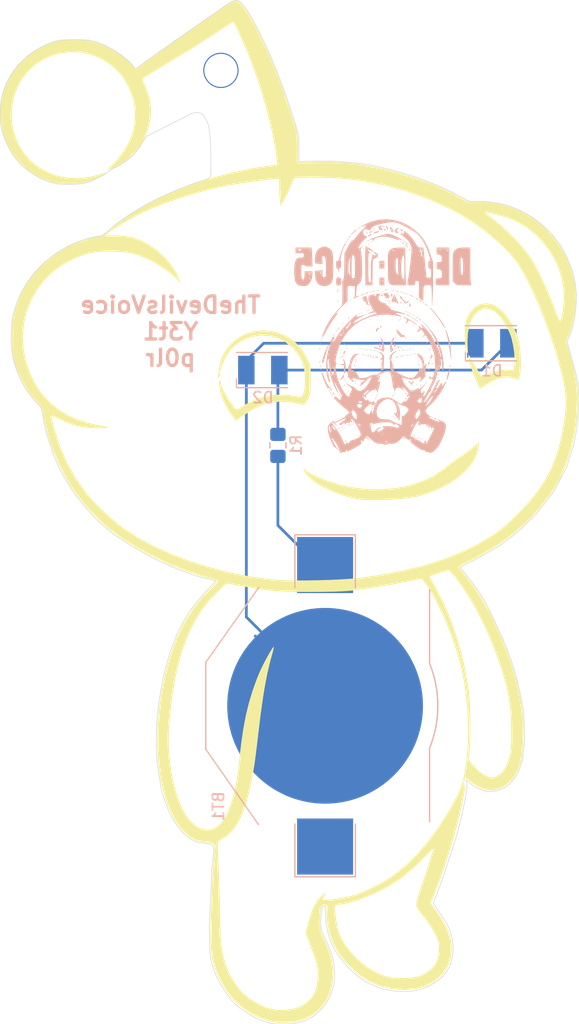
<source format=kicad_pcb>
(kicad_pcb (version 20171130) (host pcbnew 5.99.0+really5.1.10+dfsg1-1)
  (layers (0 F.Cu signal) (31 B.Cu signal) (34 B.Paste user) (35 F.Paste user) (36 B.SilkS user) (37 F.SilkS user) (38 B.Mask user) (39 F.Mask user) (44 Edge.Cuts user))
  (net 0 "")
  (net 1 "Net-(BT1-Pad2)")
  (net 2 "Net-(BT1-Pad1)")
  (net 3 "Net-(D1-Pad2)")
  (module reddit:D3AD10C5_silkscreen (layer B.Cu) (at 150.2918 83.1088 180)
    (fp_text reference G*** hide)
    (fp_text value LOGO hide)
  )
  (module reddit:reddit_silkscreen (layer F.Cu) (at 143.51 100.2665)
    (fp_text reference G*** hide)
    (fp_text value LOGO hide)
  )
  (module Resistor_SMD:R_0805_2012Metric_Pad1.20x1.40mm_HandSolder (layer B.Cu) (at 140.4874 93.1578 90)
    (fp_text reference R1 (at 0 1.65 90) (layer B.SilkS) (effects (justify mirror)))
    (fp_text value R)
    (pad 2 smd roundrect (at 1 0 90) (size 1.2 1.4) (layers B.Cu B.Paste B.Mask) (roundrect_rratio 0.208333) (net 3 "Net-(D1-Pad2)"))
    (pad 1 smd roundrect (at -1 0 90) (size 1.2 1.4) (layers B.Cu B.Paste B.Mask) (roundrect_rratio 0.208333) (net 2 "Net-(BT1-Pad1)"))
  )
  (module LED_SMD:LED_PLCC-2 (layer B.Cu) (at 139.1172 86.3092)
    (fp_text reference D2 (at 0 2.5) (layer B.SilkS) (effects (justify mirror)))
    (fp_text value LED)
    (pad 2 smd rect (at 1.5 0) (size 1.5 2.6) (layers B.Cu B.Paste B.Mask) (net 3 "Net-(D1-Pad2)"))
    (pad 1 smd rect (at -1.5 0) (size 1.5 2.6) (layers B.Cu B.Paste B.Mask) (net 1 "Net-(BT1-Pad2)"))
  )
  (module LED_SMD:LED_PLCC-2 (layer B.Cu) (at 159.9424 83.8708)
    (fp_text reference D1 (at 0 2.5) (layer B.SilkS) (effects (justify mirror)))
    (fp_text value LED)
    (pad 2 smd rect (at 1.5 0) (size 1.5 2.6) (layers B.Cu B.Paste B.Mask) (net 3 "Net-(D1-Pad2)"))
    (pad 1 smd rect (at -1.5 0) (size 1.5 2.6) (layers B.Cu B.Paste B.Mask) (net 1 "Net-(BT1-Pad2)"))
  )
  (module Battery:BatteryHolder_Keystone_3002_1x2032 (layer B.Cu) (at 144.78 116.84 90)
    (fp_text reference BT1 (at -9.15 -9.7 -90) (layer B.SilkS) (effects (justify mirror)))
    (fp_text value Battery_Cell)
    (pad 2 smd circle (at 0 0 90) (size 17.8 17.8) (layers B.Cu B.Mask) (net 1 "Net-(BT1-Pad2)"))
    (pad 1 smd rect (at -12.8 0 90) (size 5.1 5.1) (layers B.Cu B.Paste B.Mask) (net 2 "Net-(BT1-Pad1)"))
    (pad 1 smd rect (at 12.8 0 90) (size 5.1 5.1) (layers B.Cu B.Paste B.Mask) (net 2 "Net-(BT1-Pad1)"))
  )
  (gr_line (start 134.1882 64.0842) (end 133.985 63.5762) (layer Edge.Cuts) (width 0.05))
  (gr_line (start 134.2898 64.7954) (end 134.1882 64.0842) (layer Edge.Cuts) (width 0.05))
  (gr_line (start 134.366 65.913) (end 134.2898 64.7954) (layer Edge.Cuts) (width 0.05))
  (gr_line (start 134.3914 66.9544) (end 134.366 65.913) (layer Edge.Cuts) (width 0.05))
  (gr_line (start 133.731 63.1698) (end 133.985 63.5762) (layer Edge.Cuts) (width 0.05))
  (gr_line (start 133.5024 62.9666) (end 133.731 63.1698) (layer Edge.Cuts) (width 0.05))
  (gr_line (start 133.2484 62.8904) (end 133.5024 62.9666) (layer Edge.Cuts) (width 0.05))
  (gr_line (start 132.969 62.8904) (end 133.2484 62.8904) (layer Edge.Cuts) (width 0.05))
  (gr_line (start 132.6642 62.9666) (end 132.969 62.8904) (layer Edge.Cuts) (width 0.05))
  (gr_line (start 134.2644 68.834) (end 134.0866 68.9356) (layer Edge.Cuts) (width 0.05))
  (gr_line (start 134.366 68.6562) (end 134.2644 68.834) (layer Edge.Cuts) (width 0.05))
  (gr_line (start 134.366 68.6562) (end 134.3914 68.4784) (layer Edge.Cuts) (width 0.05))
  (gr_line (start 133.604 69.088) (end 134.0866 68.9356) (layer Edge.Cuts) (width 0.05))
  (gr_line (start 132.9182 69.3166) (end 133.604 69.088) (layer Edge.Cuts) (width 0.05))
  (gr_line (start 132.2832 69.5452) (end 132.9182 69.3166) (layer Edge.Cuts) (width 0.05))
  (gr_line (start 131.3942 69.9008) (end 132.2832 69.5452) (layer Edge.Cuts) (width 0.05))
  (gr_line (start 131.0894 70.0278) (end 131.3942 69.9008) (layer Edge.Cuts) (width 0.05))
  (gr_line (start 130.8608 70.1294) (end 131.0894 70.0278) (layer Edge.Cuts) (width 0.05))
  (gr_line (start 129.8702 70.5612) (end 130.8608 70.1294) (layer Edge.Cuts) (width 0.05))
  (gr_line (start 129.5146 70.739) (end 129.8702 70.5612) (layer Edge.Cuts) (width 0.05))
  (gr_line (start 128.4732 71.2724) (end 129.5146 70.739) (layer Edge.Cuts) (width 0.05))
  (gr_line (start 127.1524 72.0598) (end 128.4732 71.2724) (layer Edge.Cuts) (width 0.05))
  (gr_line (start 128.4224 65.2018) (end 128.6002 65.024) (layer Edge.Cuts) (width 0.05))
  (gr_line (start 128.2192 65.532) (end 128.4224 65.2018) (layer Edge.Cuts) (width 0.05))
  (gr_line (start 127.9652 65.9638) (end 128.2192 65.532) (layer Edge.Cuts) (width 0.05))
  (gr_line (start 127.8128 66.167) (end 127.9652 65.9638) (layer Edge.Cuts) (width 0.05))
  (gr_line (start 127.381 66.7258) (end 127.8128 66.167) (layer Edge.Cuts) (width 0.05))
  (gr_line (start 126.6698 67.31) (end 127.381 66.7258) (layer Edge.Cuts) (width 0.05))
  (gr_line (start 125.9586 67.7672) (end 126.6698 67.31) (layer Edge.Cuts) (width 0.05))
  (gr_line (start 125.5522 67.945) (end 125.9586 67.7672) (layer Edge.Cuts) (width 0.05))
  (gr_line (start 125.2728 68.0974) (end 125.5522 67.945) (layer Edge.Cuts) (width 0.05))
  (gr_line (start 124.8156 68.453) (end 125.2728 68.0974) (layer Edge.Cuts) (width 0.05))
  (gr_line (start 124.333 68.7324) (end 124.8156 68.453) (layer Edge.Cuts) (width 0.05))
  (gr_line (start 128.6002 65.024) (end 132.6642 62.9666) (layer Edge.Cuts) (width 0.05))
  (gr_line (start 134.3914 68.4784) (end 134.3914 66.9544) (layer Edge.Cuts) (width 0.05))
  (gr_line (start 136.7028 52.6796) (end 136.5504 52.705) (layer Edge.Cuts) (width 0.05))
  (gr_line (start 136.8298 52.705) (end 136.7028 52.6796) (layer Edge.Cuts) (width 0.05))
  (gr_line (start 136.9568 52.7558) (end 136.8298 52.705) (layer Edge.Cuts) (width 0.05))
  (gr_line (start 137.1092 52.8828) (end 136.9568 52.7558) (layer Edge.Cuts) (width 0.05))
  (gr_line (start 137.2616 53.0352) (end 137.1092 52.8828) (layer Edge.Cuts) (width 0.05))
  (gr_line (start 137.7188 53.6194) (end 137.2616 53.0352) (layer Edge.Cuts) (width 0.05))
  (gr_line (start 138.0998 54.2544) (end 137.7188 53.6194) (layer Edge.Cuts) (width 0.05))
  (gr_line (start 138.4046 54.8132) (end 138.0998 54.2544) (layer Edge.Cuts) (width 0.05))
  (gr_line (start 138.8364 55.6514) (end 138.4046 54.8132) (layer Edge.Cuts) (width 0.05))
  (gr_line (start 139.4968 57.023) (end 138.8364 55.6514) (layer Edge.Cuts) (width 0.05))
  (gr_line (start 139.8778 57.912) (end 139.4968 57.023) (layer Edge.Cuts) (width 0.05))
  (gr_line (start 140.2842 58.8518) (end 139.8778 57.912) (layer Edge.Cuts) (width 0.05))
  (gr_line (start 140.4874 59.3852) (end 140.2842 58.8518) (layer Edge.Cuts) (width 0.05))
  (gr_line (start 140.9192 60.5282) (end 140.4874 59.3852) (layer Edge.Cuts) (width 0.05))
  (gr_line (start 141.224 61.341) (end 140.9192 60.5282) (layer Edge.Cuts) (width 0.05))
  (gr_line (start 141.6304 62.5602) (end 141.224 61.341) (layer Edge.Cuts) (width 0.05))
  (gr_line (start 141.9098 63.3984) (end 141.6304 62.5602) (layer Edge.Cuts) (width 0.05))
  (gr_line (start 142.0622 63.881) (end 141.9098 63.3984) (layer Edge.Cuts) (width 0.05))
  (gr_line (start 142.1892 64.3636) (end 142.0622 63.881) (layer Edge.Cuts) (width 0.05))
  (gr_line (start 142.2908 64.6684) (end 142.1892 64.3636) (layer Edge.Cuts) (width 0.05))
  (gr_line (start 142.367 65.0494) (end 142.2908 64.6684) (layer Edge.Cuts) (width 0.05))
  (gr_line (start 142.3924 65.4304) (end 142.367 65.0494) (layer Edge.Cuts) (width 0.05))
  (gr_line (start 142.3924 67.3608) (end 142.3924 65.4304) (layer Edge.Cuts) (width 0.05))
  (gr_line (start 142.8242 67.3354) (end 142.3924 67.3608) (layer Edge.Cuts) (width 0.05))
  (gr_line (start 143.6116 67.31) (end 142.8242 67.3354) (layer Edge.Cuts) (width 0.05))
  (gr_line (start 144.3736 67.31) (end 143.6116 67.31) (layer Edge.Cuts) (width 0.05))
  (gr_line (start 145.4404 67.31) (end 144.3736 67.31) (layer Edge.Cuts) (width 0.05))
  (gr_line (start 146.177 67.3608) (end 145.4404 67.31) (layer Edge.Cuts) (width 0.05))
  (gr_line (start 147.4216 67.4624) (end 146.177 67.3608) (layer Edge.Cuts) (width 0.05))
  (gr_line (start 145.034 137.4648) (end 145.3134 138.3538) (layer Edge.Cuts) (width 0.05))
  (gr_line (start 144.8562 136.5504) (end 145.034 137.4648) (layer Edge.Cuts) (width 0.05))
  (gr_line (start 144.8308 135.9916) (end 144.8562 136.5504) (layer Edge.Cuts) (width 0.05))
  (gr_line (start 144.8054 135.1026) (end 144.8308 135.9916) (layer Edge.Cuts) (width 0.05))
  (gr_line (start 144.6276 135.1026) (end 144.8054 135.1026) (layer Edge.Cuts) (width 0.05))
  (gr_line (start 144.5514 135.128) (end 144.6276 135.1026) (layer Edge.Cuts) (width 0.05))
  (gr_line (start 144.526 135.1534) (end 144.5514 135.128) (layer Edge.Cuts) (width 0.05))
  (gr_line (start 144.5006 135.2296) (end 144.526 135.1534) (layer Edge.Cuts) (width 0.05))
  (gr_line (start 144.4752 135.4836) (end 144.5006 135.2296) (layer Edge.Cuts) (width 0.05))
  (gr_line (start 144.399 136.0932) (end 144.4752 135.4836) (layer Edge.Cuts) (width 0.05))
  (gr_line (start 144.3736 136.5504) (end 144.399 136.0932) (layer Edge.Cuts) (width 0.05))
  (gr_line (start 144.399 136.9568) (end 144.3736 136.5504) (layer Edge.Cuts) (width 0.05))
  (gr_line (start 144.4498 137.2362) (end 144.399 136.9568) (layer Edge.Cuts) (width 0.05))
  (gr_line (start 144.6022 137.5918) (end 144.4498 137.2362) (layer Edge.Cuts) (width 0.05))
  (gr_line (start 144.8308 138.0998) (end 144.6022 137.5918) (layer Edge.Cuts) (width 0.05))
  (gr_line (start 145.2118 138.9634) (end 144.8308 138.0998) (layer Edge.Cuts) (width 0.05))
  (gr_line (start 145.288 139.2174) (end 145.2118 138.9634) (layer Edge.Cuts) (width 0.05))
  (gr_line (start 157.607 123.571) (end 157.6578 123.7488) (layer Edge.Cuts) (width 0.05))
  (gr_line (start 157.8864 123.825) (end 157.607 123.571) (layer Edge.Cuts) (width 0.05))
  (gr_line (start 158.4198 124.2314) (end 157.8864 123.825) (layer Edge.Cuts) (width 0.05))
  (gr_line (start 159.004 124.4854) (end 158.4198 124.2314) (layer Edge.Cuts) (width 0.05))
  (gr_line (start 159.4104 124.6124) (end 159.004 124.4854) (layer Edge.Cuts) (width 0.05))
  (gr_line (start 159.8422 124.6378) (end 159.4104 124.6124) (layer Edge.Cuts) (width 0.05))
  (gr_line (start 160.401 124.5616) (end 159.8422 124.6378) (layer Edge.Cuts) (width 0.05))
  (gr_line (start 161.036 124.333) (end 160.401 124.5616) (layer Edge.Cuts) (width 0.05))
  (gr_line (start 161.5694 123.952) (end 161.036 124.333) (layer Edge.Cuts) (width 0.05))
  (gr_line (start 162.0266 123.4186) (end 161.5694 123.952) (layer Edge.Cuts) (width 0.05))
  (gr_line (start 162.3568 122.8598) (end 162.0266 123.4186) (layer Edge.Cuts) (width 0.05))
  (gr_line (start 162.4838 122.5042) (end 162.3568 122.8598) (layer Edge.Cuts) (width 0.05))
  (gr_line (start 162.7378 121.7676) (end 162.4838 122.5042) (layer Edge.Cuts) (width 0.05))
  (gr_line (start 162.9156 119.9896) (end 162.7378 121.7676) (layer Edge.Cuts) (width 0.05))
  (gr_line (start 162.8902 118.3386) (end 162.9156 119.9896) (layer Edge.Cuts) (width 0.05))
  (gr_line (start 162.8394 117.3988) (end 162.8902 118.3386) (layer Edge.Cuts) (width 0.05))
  (gr_line (start 162.6362 116.2558) (end 162.8394 117.3988) (layer Edge.Cuts) (width 0.05))
  (gr_line (start 162.2806 114.6302) (end 162.6362 116.2558) (layer Edge.Cuts) (width 0.05))
  (gr_line (start 161.7472 112.8014) (end 162.2806 114.6302) (layer Edge.Cuts) (width 0.05))
  (gr_line (start 161.5694 112.3442) (end 161.7472 112.8014) (layer Edge.Cuts) (width 0.05))
  (gr_line (start 161.1376 111.2012) (end 161.5694 112.3442) (layer Edge.Cuts) (width 0.05))
  (gr_line (start 160.909 110.6678) (end 161.1376 111.2012) (layer Edge.Cuts) (width 0.05))
  (gr_line (start 160.2486 109.22) (end 160.909 110.6678) (layer Edge.Cuts) (width 0.05))
  (gr_line (start 159.4104 107.5182) (end 160.2486 109.22) (layer Edge.Cuts) (width 0.05))
  (gr_line (start 158.8262 106.553) (end 159.4104 107.5182) (layer Edge.Cuts) (width 0.05))
  (gr_line (start 158.1404 105.5878) (end 158.8262 106.553) (layer Edge.Cuts) (width 0.05))
  (gr_line (start 157.2768 104.521) (end 158.1404 105.5878) (layer Edge.Cuts) (width 0.05))
  (gr_line (start 157.1244 104.3432) (end 157.2768 104.521) (layer Edge.Cuts) (width 0.05))
  (gr_line (start 157.099 104.267) (end 157.1244 104.3432) (layer Edge.Cuts) (width 0.05))
  (gr_line (start 157.099 104.2416) (end 157.099 104.267) (layer Edge.Cuts) (width 0.05))
  (gr_line (start 157.2768 104.1146) (end 157.099 104.2416) (layer Edge.Cuts) (width 0.05))
  (gr_line (start 158.3944 103.5558) (end 157.2768 104.1146) (layer Edge.Cuts) (width 0.05))
  (gr_line (start 159.2326 103.0986) (end 158.3944 103.5558) (layer Edge.Cuts) (width 0.05))
  (gr_line (start 160.5534 102.3366) (end 159.2326 103.0986) (layer Edge.Cuts) (width 0.05))
  (gr_line (start 161.8742 101.3714) (end 160.5534 102.3366) (layer Edge.Cuts) (width 0.05))
  (gr_line (start 162.7378 100.6348) (end 161.8742 101.3714) (layer Edge.Cuts) (width 0.05))
  (gr_line (start 164.0078 99.3648) (end 162.7378 100.6348) (layer Edge.Cuts) (width 0.05))
  (gr_line (start 164.8206 98.3488) (end 164.0078 99.3648) (layer Edge.Cuts) (width 0.05))
  (gr_line (start 165.5826 97.3582) (end 164.8206 98.3488) (layer Edge.Cuts) (width 0.05))
  (gr_line (start 166.2176 96.139) (end 165.5826 97.3582) (layer Edge.Cuts) (width 0.05))
  (gr_line (start 166.751 95.123) (end 166.2176 96.139) (layer Edge.Cuts) (width 0.05))
  (gr_line (start 167.386 93.1164) (end 166.751 95.123) (layer Edge.Cuts) (width 0.05))
  (gr_line (start 167.6146 91.948) (end 167.386 93.1164) (layer Edge.Cuts) (width 0.05))
  (gr_line (start 167.767 90.7796) (end 167.6146 91.948) (layer Edge.Cuts) (width 0.05))
  (gr_line (start 167.8178 90.1192) (end 167.767 90.7796) (layer Edge.Cuts) (width 0.05))
  (gr_line (start 167.8686 88.8492) (end 167.8178 90.1192) (layer Edge.Cuts) (width 0.05))
  (gr_line (start 167.8178 87.8586) (end 167.8686 88.8492) (layer Edge.Cuts) (width 0.05))
  (gr_line (start 167.6654 86.9442) (end 167.8178 87.8586) (layer Edge.Cuts) (width 0.05))
  (gr_line (start 167.1574 85.0646) (end 167.6654 86.9442) (layer Edge.Cuts) (width 0.05))
  (gr_line (start 166.7764 83.6676) (end 167.1574 85.0646) (layer Edge.Cuts) (width 0.05))
  (gr_line (start 166.9542 83.3628) (end 166.7764 83.6676) (layer Edge.Cuts) (width 0.05))
  (gr_line (start 167.259 82.5246) (end 166.9542 83.3628) (layer Edge.Cuts) (width 0.05))
  (gr_line (start 167.4368 81.788) (end 167.259 82.5246) (layer Edge.Cuts) (width 0.05))
  (gr_line (start 167.5638 80.8228) (end 167.4368 81.788) (layer Edge.Cuts) (width 0.05))
  (gr_line (start 167.6146 80.2132) (end 167.5638 80.8228) (layer Edge.Cuts) (width 0.05))
  (gr_line (start 167.64 79.4004) (end 167.6146 80.2132) (layer Edge.Cuts) (width 0.05))
  (gr_line (start 167.5384 78.486) (end 167.64 79.4004) (layer Edge.Cuts) (width 0.05))
  (gr_line (start 167.3098 77.47) (end 167.5384 78.486) (layer Edge.Cuts) (width 0.05))
  (gr_line (start 167.259 77.2668) (end 167.3098 77.47) (layer Edge.Cuts) (width 0.05))
  (gr_line (start 166.8018 76.0984) (end 167.259 77.2668) (layer Edge.Cuts) (width 0.05))
  (gr_line (start 166.243 75.057) (end 166.8018 76.0984) (layer Edge.Cuts) (width 0.05))
  (gr_line (start 166.116 74.8792) (end 166.243 75.057) (layer Edge.Cuts) (width 0.05))
  (gr_line (start 165.481 74.041) (end 166.116 74.8792) (layer Edge.Cuts) (width 0.05))
  (gr_line (start 164.6682 73.2282) (end 165.481 74.041) (layer Edge.Cuts) (width 0.05))
  (gr_line (start 163.703 72.4662) (end 164.6682 73.2282) (layer Edge.Cuts) (width 0.05))
  (gr_line (start 162.6616 71.8566) (end 163.703 72.4662) (layer Edge.Cuts) (width 0.05))
  (gr_line (start 161.417 71.3486) (end 162.6616 71.8566) (layer Edge.Cuts) (width 0.05))
  (gr_line (start 160.5788 71.1454) (end 161.417 71.3486) (layer Edge.Cuts) (width 0.05))
  (gr_line (start 159.9692 71.0438) (end 160.5788 71.1454) (layer Edge.Cuts) (width 0.05))
  (gr_line (start 159.2072 70.9676) (end 159.9692 71.0438) (layer Edge.Cuts) (width 0.05))
  (gr_line (start 158.5214 70.9676) (end 159.2072 70.9676) (layer Edge.Cuts) (width 0.05))
  (gr_line (start 158.0388 70.993) (end 158.5214 70.9676) (layer Edge.Cuts) (width 0.05))
  (gr_line (start 157.8356 70.9422) (end 158.0388 70.993) (layer Edge.Cuts) (width 0.05))
  (gr_line (start 157.7086 70.8914) (end 157.8356 70.9422) (layer Edge.Cuts) (width 0.05))
  (gr_line (start 157.5054 70.7644) (end 157.7086 70.8914) (layer Edge.Cuts) (width 0.05))
  (gr_line (start 156.1846 70.0532) (end 157.5054 70.7644) (layer Edge.Cuts) (width 0.05))
  (gr_line (start 154.7622 69.4182) (end 156.1846 70.0532) (layer Edge.Cuts) (width 0.05))
  (gr_line (start 153.2382 68.834) (end 154.7622 69.4182) (layer Edge.Cuts) (width 0.05))
  (gr_line (start 152.4762 68.58) (end 153.2382 68.834) (layer Edge.Cuts) (width 0.05))
  (gr_line (start 150.9014 68.1228) (end 152.4762 68.58) (layer Edge.Cuts) (width 0.05))
  (gr_line (start 149.3266 67.7418) (end 150.9014 68.1228) (layer Edge.Cuts) (width 0.05))
  (gr_line (start 148.336 67.564) (end 149.3266 67.7418) (layer Edge.Cuts) (width 0.05))
  (gr_line (start 147.4216 67.4624) (end 148.336 67.564) (layer Edge.Cuts) (width 0.05))
  (gr_line (start 136.3472 52.7812) (end 136.5504 52.705) (layer Edge.Cuts) (width 0.05))
  (gr_line (start 135.9662 53.0098) (end 136.3472 52.7812) (layer Edge.Cuts) (width 0.05))
  (gr_line (start 135.6868 53.1876) (end 135.9662 53.0098) (layer Edge.Cuts) (width 0.05))
  (gr_line (start 135.509 53.3146) (end 135.6868 53.1876) (layer Edge.Cuts) (width 0.05))
  (gr_line (start 135.1026 53.594) (end 135.509 53.3146) (layer Edge.Cuts) (width 0.05))
  (gr_line (start 134.2644 54.1782) (end 135.1026 53.594) (layer Edge.Cuts) (width 0.05))
  (gr_line (start 133.604 54.6354) (end 134.2644 54.1782) (layer Edge.Cuts) (width 0.05))
  (gr_line (start 133.2738 54.864) (end 133.604 54.6354) (layer Edge.Cuts) (width 0.05))
  (gr_line (start 132.842 55.1688) (end 133.2738 54.864) (layer Edge.Cuts) (width 0.05))
  (gr_line (start 131.9276 55.8038) (end 132.842 55.1688) (layer Edge.Cuts) (width 0.05))
  (gr_line (start 131.1656 56.3372) (end 131.9276 55.8038) (layer Edge.Cuts) (width 0.05))
  (gr_line (start 130.3782 56.896) (end 131.1656 56.3372) (layer Edge.Cuts) (width 0.05))
  (gr_line (start 129.7178 57.3532) (end 130.3782 56.896) (layer Edge.Cuts) (width 0.05))
  (gr_line (start 129.2098 57.7088) (end 129.7178 57.3532) (layer Edge.Cuts) (width 0.05))
  (gr_line (start 128.7526 58.039) (end 129.2098 57.7088) (layer Edge.Cuts) (width 0.05))
  (gr_line (start 128.3716 58.3184) (end 128.7526 58.039) (layer Edge.Cuts) (width 0.05))
  (gr_line (start 128.0668 58.547) (end 128.3716 58.3184) (layer Edge.Cuts) (width 0.05))
  (gr_line (start 127.5588 58.928) (end 128.0668 58.547) (layer Edge.Cuts) (width 0.05))
  (gr_line (start 127.2286 58.547) (end 127.5588 58.928) (layer Edge.Cuts) (width 0.05))
  (gr_line (start 126.9238 58.2168) (end 127.2286 58.547) (layer Edge.Cuts) (width 0.05))
  (gr_line (start 126.7968 58.1152) (end 126.9238 58.2168) (layer Edge.Cuts) (width 0.05))
  (gr_line (start 126.2888 57.6834) (end 126.7968 58.1152) (layer Edge.Cuts) (width 0.05))
  (gr_line (start 126.2126 57.6326) (end 126.2888 57.6834) (layer Edge.Cuts) (width 0.05))
  (gr_line (start 125.5268 57.1754) (end 126.2126 57.6326) (layer Edge.Cuts) (width 0.05))
  (gr_line (start 125.3744 57.0992) (end 125.5268 57.1754) (layer Edge.Cuts) (width 0.05))
  (gr_line (start 124.7394 56.769) (end 125.3744 57.0992) (layer Edge.Cuts) (width 0.05))
  (gr_line (start 124.2822 56.5912) (end 124.7394 56.769) (layer Edge.Cuts) (width 0.05))
  (gr_line (start 123.7996 56.4134) (end 124.2822 56.5912) (layer Edge.Cuts) (width 0.05))
  (gr_line (start 123.3678 56.3118) (end 123.7996 56.4134) (layer Edge.Cuts) (width 0.05))
  (gr_line (start 122.555 56.261) (end 123.3678 56.3118) (layer Edge.Cuts) (width 0.05))
  (gr_line (start 121.666 56.261) (end 122.555 56.261) (layer Edge.Cuts) (width 0.05))
  (gr_line (start 120.9294 56.2864) (end 121.666 56.261) (layer Edge.Cuts) (width 0.05))
  (gr_line (start 120.6754 56.3118) (end 120.9294 56.2864) (layer Edge.Cuts) (width 0.05))
  (gr_line (start 120.3198 56.388) (end 120.6754 56.3118) (layer Edge.Cuts) (width 0.05))
  (gr_line (start 119.8372 56.5404) (end 120.3198 56.388) (layer Edge.Cuts) (width 0.05))
  (gr_line (start 119.3038 56.769) (end 119.8372 56.5404) (layer Edge.Cuts) (width 0.05))
  (gr_line (start 118.5164 57.1754) (end 119.3038 56.769) (layer Edge.Cuts) (width 0.05))
  (gr_line (start 118.11 57.4548) (end 118.5164 57.1754) (layer Edge.Cuts) (width 0.05))
  (gr_line (start 117.6274 57.8104) (end 118.11 57.4548) (layer Edge.Cuts) (width 0.05))
  (gr_line (start 117.2972 58.1406) (end 117.6274 57.8104) (layer Edge.Cuts) (width 0.05))
  (gr_line (start 116.8654 58.547) (end 117.2972 58.1406) (layer Edge.Cuts) (width 0.05))
  (gr_line (start 116.6114 58.9026) (end 116.8654 58.547) (layer Edge.Cuts) (width 0.05))
  (gr_line (start 116.2304 59.4106) (end 116.6114 58.9026) (layer Edge.Cuts) (width 0.05))
  (gr_line (start 116.0018 59.817) (end 116.2304 59.4106) (layer Edge.Cuts) (width 0.05))
  (gr_line (start 115.7478 60.325) (end 116.0018 59.817) (layer Edge.Cuts) (width 0.05))
  (gr_line (start 115.5192 61.0108) (end 115.7478 60.325) (layer Edge.Cuts) (width 0.05))
  (gr_line (start 115.3922 61.3918) (end 115.5192 61.0108) (layer Edge.Cuts) (width 0.05))
  (gr_line (start 115.2906 61.976) (end 115.3922 61.3918) (layer Edge.Cuts) (width 0.05))
  (gr_line (start 115.2398 62.6364) (end 115.2906 61.976) (layer Edge.Cuts) (width 0.05))
  (gr_line (start 115.2398 63.3984) (end 115.2398 62.6364) (layer Edge.Cuts) (width 0.05))
  (gr_line (start 115.2906 64.0334) (end 115.2398 63.3984) (layer Edge.Cuts) (width 0.05))
  (gr_line (start 115.3414 64.262) (end 115.2906 64.0334) (layer Edge.Cuts) (width 0.05))
  (gr_line (start 115.4176 64.643) (end 115.3414 64.262) (layer Edge.Cuts) (width 0.05))
  (gr_line (start 115.443 64.7192) (end 115.4176 64.643) (layer Edge.Cuts) (width 0.05))
  (gr_line (start 115.824 65.7606) (end 115.443 64.7192) (layer Edge.Cuts) (width 0.05))
  (gr_line (start 115.9002 65.8876) (end 115.824 65.7606) (layer Edge.Cuts) (width 0.05))
  (gr_line (start 116.3574 66.7004) (end 115.9002 65.8876) (layer Edge.Cuts) (width 0.05))
  (gr_line (start 117.0178 67.5386) (end 116.3574 66.7004) (layer Edge.Cuts) (width 0.05))
  (gr_line (start 117.221 67.7164) (end 117.0178 67.5386) (layer Edge.Cuts) (width 0.05))
  (gr_line (start 117.8306 68.2244) (end 117.221 67.7164) (layer Edge.Cuts) (width 0.05))
  (gr_line (start 118.1608 68.4276) (end 117.8306 68.2244) (layer Edge.Cuts) (width 0.05))
  (gr_line (start 118.7196 68.7832) (end 118.1608 68.4276) (layer Edge.Cuts) (width 0.05))
  (gr_line (start 119.761 69.2404) (end 118.7196 68.7832) (layer Edge.Cuts) (width 0.05))
  (gr_line (start 120.4976 69.3928) (end 119.761 69.2404) (layer Edge.Cuts) (width 0.05))
  (gr_line (start 120.9294 69.4182) (end 120.4976 69.3928) (layer Edge.Cuts) (width 0.05))
  (gr_line (start 121.7168 69.4182) (end 120.9294 69.4182) (layer Edge.Cuts) (width 0.05))
  (gr_line (start 122.0216 69.4182) (end 121.7168 69.4182) (layer Edge.Cuts) (width 0.05))
  (gr_line (start 122.3264 69.3928) (end 122.0216 69.4182) (layer Edge.Cuts) (width 0.05))
  (gr_line (start 122.9868 69.2912) (end 122.3264 69.3928) (layer Edge.Cuts) (width 0.05))
  (gr_line (start 123.3424 69.1896) (end 122.9868 69.2912) (layer Edge.Cuts) (width 0.05))
  (gr_line (start 123.698 69.0372) (end 123.3424 69.1896) (layer Edge.Cuts) (width 0.05))
  (gr_line (start 124.333 68.7324) (end 123.698 69.0372) (layer Edge.Cuts) (width 0.05))
  (gr_line (start 126.3396 72.6186) (end 127.1524 72.0598) (layer Edge.Cuts) (width 0.05))
  (gr_line (start 125.9078 72.9234) (end 126.3396 72.6186) (layer Edge.Cuts) (width 0.05))
  (gr_line (start 125.349 73.406) (end 125.9078 72.9234) (layer Edge.Cuts) (width 0.05))
  (gr_line (start 124.7394 73.914) (end 125.349 73.406) (layer Edge.Cuts) (width 0.05))
  (gr_line (start 124.5108 74.0664) (end 124.7394 73.914) (layer Edge.Cuts) (width 0.05))
  (gr_line (start 124.3076 74.1172) (end 124.5108 74.0664) (layer Edge.Cuts) (width 0.05))
  (gr_line (start 123.9266 74.168) (end 124.3076 74.1172) (layer Edge.Cuts) (width 0.05))
  (gr_line (start 123.5456 74.2442) (end 123.9266 74.168) (layer Edge.Cuts) (width 0.05))
  (gr_line (start 123.19 74.3458) (end 123.5456 74.2442) (layer Edge.Cuts) (width 0.05))
  (gr_line (start 122.682 74.4982) (end 123.19 74.3458) (layer Edge.Cuts) (width 0.05))
  (gr_line (start 121.9708 74.7776) (end 122.682 74.4982) (layer Edge.Cuts) (width 0.05))
  (gr_line (start 121.3866 75.057) (end 121.9708 74.7776) (layer Edge.Cuts) (width 0.05))
  (gr_line (start 120.7262 75.438) (end 121.3866 75.057) (layer Edge.Cuts) (width 0.05))
  (gr_line (start 120.269 75.7174) (end 120.7262 75.438) (layer Edge.Cuts) (width 0.05))
  (gr_line (start 119.2784 76.4794) (end 120.269 75.7174) (layer Edge.Cuts) (width 0.05))
  (gr_line (start 118.872 76.9112) (end 119.2784 76.4794) (layer Edge.Cuts) (width 0.05))
  (gr_line (start 118.4148 77.3684) (end 118.872 76.9112) (layer Edge.Cuts) (width 0.05))
  (gr_line (start 117.8306 78.1304) (end 118.4148 77.3684) (layer Edge.Cuts) (width 0.05))
  (gr_line (start 117.7036 78.2828) (end 117.8306 78.1304) (layer Edge.Cuts) (width 0.05))
  (gr_line (start 117.221 79.121) (end 117.7036 78.2828) (layer Edge.Cuts) (width 0.05))
  (gr_line (start 117.1448 79.248) (end 117.221 79.121) (layer Edge.Cuts) (width 0.05))
  (gr_line (start 116.9416 79.7052) (end 117.1448 79.248) (layer Edge.Cuts) (width 0.05))
  (gr_line (start 116.7892 80.0608) (end 116.9416 79.7052) (layer Edge.Cuts) (width 0.05))
  (gr_line (start 116.586 80.645) (end 116.7892 80.0608) (layer Edge.Cuts) (width 0.05))
  (gr_line (start 116.3574 81.4578) (end 116.586 80.645) (layer Edge.Cuts) (width 0.05))
  (gr_line (start 116.2812 82.169) (end 116.3574 81.4578) (layer Edge.Cuts) (width 0.05))
  (gr_line (start 116.2304 82.9056) (end 116.2812 82.169) (layer Edge.Cuts) (width 0.05))
  (gr_line (start 116.2304 83.566) (end 116.2304 82.9056) (layer Edge.Cuts) (width 0.05))
  (gr_line (start 116.2812 84.4042) (end 116.2304 83.566) (layer Edge.Cuts) (width 0.05))
  (gr_line (start 116.3828 85.1408) (end 116.2812 84.4042) (layer Edge.Cuts) (width 0.05))
  (gr_line (start 116.5352 85.7504) (end 116.3828 85.1408) (layer Edge.Cuts) (width 0.05))
  (gr_line (start 116.7384 86.3346) (end 116.5352 85.7504) (layer Edge.Cuts) (width 0.05))
  (gr_line (start 117.0178 87.0204) (end 116.7384 86.3346) (layer Edge.Cuts) (width 0.05))
  (gr_line (start 117.4496 87.8586) (end 117.0178 87.0204) (layer Edge.Cuts) (width 0.05))
  (gr_line (start 117.6274 88.138) (end 117.4496 87.8586) (layer Edge.Cuts) (width 0.05))
  (gr_line (start 117.9322 88.5444) (end 117.6274 88.138) (layer Edge.Cuts) (width 0.05))
  (gr_line (start 118.2116 88.9) (end 117.9322 88.5444) (layer Edge.Cuts) (width 0.05))
  (gr_line (start 118.4402 89.154) (end 118.2116 88.9) (layer Edge.Cuts) (width 0.05))
  (gr_line (start 118.618 89.3572) (end 118.4402 89.154) (layer Edge.Cuts) (width 0.05))
  (gr_line (start 118.7704 89.5096) (end 118.618 89.3572) (layer Edge.Cuts) (width 0.05))
  (gr_line (start 118.8974 89.662) (end 118.7704 89.5096) (layer Edge.Cuts) (width 0.05))
  (gr_line (start 118.9736 89.8398) (end 118.8974 89.662) (layer Edge.Cuts) (width 0.05))
  (gr_line (start 119.0752 90.2716) (end 118.9736 89.8398) (layer Edge.Cuts) (width 0.05))
  (gr_line (start 119.2022 91.0082) (end 119.0752 90.2716) (layer Edge.Cuts) (width 0.05))
  (gr_line (start 119.3292 91.6432) (end 119.2022 91.0082) (layer Edge.Cuts) (width 0.05))
  (gr_line (start 119.5324 92.3798) (end 119.3292 91.6432) (layer Edge.Cuts) (width 0.05))
  (gr_line (start 119.7102 92.8878) (end 119.5324 92.3798) (layer Edge.Cuts) (width 0.05))
  (gr_line (start 120.0404 93.9292) (end 119.7102 92.8878) (layer Edge.Cuts) (width 0.05))
  (gr_line (start 120.5992 95.2246) (end 120.0404 93.9292) (layer Edge.Cuts) (width 0.05))
  (gr_line (start 120.9548 95.9104) (end 120.5992 95.2246) (layer Edge.Cuts) (width 0.05))
  (gr_line (start 121.3866 96.5962) (end 120.9548 95.9104) (layer Edge.Cuts) (width 0.05))
  (gr_line (start 121.7422 97.1804) (end 121.3866 96.5962) (layer Edge.Cuts) (width 0.05))
  (gr_line (start 122.1232 97.7138) (end 121.7422 97.1804) (layer Edge.Cuts) (width 0.05))
  (gr_line (start 122.682 98.425) (end 122.1232 97.7138) (layer Edge.Cuts) (width 0.05))
  (gr_line (start 123.317 99.1616) (end 122.682 98.425) (layer Edge.Cuts) (width 0.05))
  (gr_line (start 123.698 99.5934) (end 123.317 99.1616) (layer Edge.Cuts) (width 0.05))
  (gr_line (start 124.1552 100.076) (end 123.698 99.5934) (layer Edge.Cuts) (width 0.05))
  (gr_line (start 124.8918 100.6856) (end 124.1552 100.076) (layer Edge.Cuts) (width 0.05))
  (gr_line (start 125.5268 101.219) (end 124.8918 100.6856) (layer Edge.Cuts) (width 0.05))
  (gr_line (start 127.3048 102.3874) (end 125.5268 101.219) (layer Edge.Cuts) (width 0.05))
  (gr_line (start 127.6858 102.5906) (end 127.3048 102.3874) (layer Edge.Cuts) (width 0.05))
  (gr_line (start 128.5748 103.0986) (end 127.6858 102.5906) (layer Edge.Cuts) (width 0.05))
  (gr_line (start 129.2098 103.4288) (end 128.5748 103.0986) (layer Edge.Cuts) (width 0.05))
  (gr_line (start 129.794 103.7336) (end 129.2098 103.4288) (layer Edge.Cuts) (width 0.05))
  (gr_line (start 130.3528 103.9622) (end 129.794 103.7336) (layer Edge.Cuts) (width 0.05))
  (gr_line (start 130.8608 104.1908) (end 130.3528 103.9622) (layer Edge.Cuts) (width 0.05))
  (gr_line (start 131.318 104.394) (end 130.8608 104.1908) (layer Edge.Cuts) (width 0.05))
  (gr_line (start 131.9276 104.6226) (end 131.318 104.394) (layer Edge.Cuts) (width 0.05))
  (gr_line (start 132.588 104.8766) (end 131.9276 104.6226) (layer Edge.Cuts) (width 0.05))
  (gr_line (start 132.969 105.0036) (end 132.588 104.8766) (layer Edge.Cuts) (width 0.05))
  (gr_line (start 133.35 105.1052) (end 132.969 105.0036) (layer Edge.Cuts) (width 0.05))
  (gr_line (start 134.874 105.5116) (end 133.35 105.1052) (layer Edge.Cuts) (width 0.05))
  (gr_line (start 134.366 105.9942) (end 134.874 105.5116) (layer Edge.Cuts) (width 0.05))
  (gr_line (start 133.6294 106.7816) (end 134.366 105.9942) (layer Edge.Cuts) (width 0.05))
  (gr_line (start 133.096 107.4166) (end 133.6294 106.7816) (layer Edge.Cuts) (width 0.05))
  (gr_line (start 132.4356 108.2802) (end 133.096 107.4166) (layer Edge.Cuts) (width 0.05))
  (gr_line (start 131.9022 109.1692) (end 132.4356 108.2802) (layer Edge.Cuts) (width 0.05))
  (gr_line (start 131.318 110.2868) (end 131.9022 109.1692) (layer Edge.Cuts) (width 0.05))
  (gr_line (start 130.937 111.2774) (end 131.318 110.2868) (layer Edge.Cuts) (width 0.05))
  (gr_line (start 130.6322 112.0902) (end 130.937 111.2774) (layer Edge.Cuts) (width 0.05))
  (gr_line (start 130.3274 113.1824) (end 130.6322 112.0902) (layer Edge.Cuts) (width 0.05))
  (gr_line (start 130.0226 114.3762) (end 130.3274 113.1824) (layer Edge.Cuts) (width 0.05))
  (gr_line (start 129.794 115.7224) (end 130.0226 114.3762) (layer Edge.Cuts) (width 0.05))
  (gr_line (start 129.667 116.4844) (end 129.794 115.7224) (layer Edge.Cuts) (width 0.05))
  (gr_line (start 129.5654 117.3988) (end 129.667 116.4844) (layer Edge.Cuts) (width 0.05))
  (gr_line (start 129.4638 118.491) (end 129.5654 117.3988) (layer Edge.Cuts) (width 0.05))
  (gr_line (start 129.4384 119.6848) (end 129.4638 118.491) (layer Edge.Cuts) (width 0.05))
  (gr_line (start 129.4384 120.7262) (end 129.4384 119.6848) (layer Edge.Cuts) (width 0.05))
  (gr_line (start 129.4892 121.8184) (end 129.4384 120.7262) (layer Edge.Cuts) (width 0.05))
  (gr_line (start 129.667 123.1138) (end 129.4892 121.8184) (layer Edge.Cuts) (width 0.05))
  (gr_line (start 129.794 123.825) (end 129.667 123.1138) (layer Edge.Cuts) (width 0.05))
  (gr_line (start 129.8956 124.4854) (end 129.794 123.825) (layer Edge.Cuts) (width 0.05))
  (gr_line (start 130.1496 125.2982) (end 129.8956 124.4854) (layer Edge.Cuts) (width 0.05))
  (gr_line (start 130.429 126.0856) (end 130.1496 125.2982) (layer Edge.Cuts) (width 0.05))
  (gr_line (start 130.683 126.6952) (end 130.429 126.0856) (layer Edge.Cuts) (width 0.05))
  (gr_line (start 130.937 127.1524) (end 130.683 126.6952) (layer Edge.Cuts) (width 0.05))
  (gr_line (start 131.2672 127.6604) (end 130.937 127.1524) (layer Edge.Cuts) (width 0.05))
  (gr_line (start 131.5212 127.9906) (end 131.2672 127.6604) (layer Edge.Cuts) (width 0.05))
  (gr_line (start 131.7244 128.2446) (end 131.5212 127.9906) (layer Edge.Cuts) (width 0.05))
  (gr_line (start 132.0038 128.524) (end 131.7244 128.2446) (layer Edge.Cuts) (width 0.05))
  (gr_line (start 132.3086 128.778) (end 132.0038 128.524) (layer Edge.Cuts) (width 0.05))
  (gr_line (start 132.588 128.9812) (end 132.3086 128.778) (layer Edge.Cuts) (width 0.05))
  (gr_line (start 132.9944 129.1844) (end 132.588 128.9812) (layer Edge.Cuts) (width 0.05))
  (gr_line (start 133.2992 129.286) (end 132.9944 129.1844) (layer Edge.Cuts) (width 0.05))
  (gr_line (start 133.604 129.3114) (end 133.2992 129.286) (layer Edge.Cuts) (width 0.05))
  (gr_line (start 134.1374 129.3876) (end 133.604 129.3114) (layer Edge.Cuts) (width 0.05))
  (gr_line (start 134.366 129.413) (end 134.1374 129.3876) (layer Edge.Cuts) (width 0.05))
  (gr_line (start 134.493 129.4384) (end 134.366 129.413) (layer Edge.Cuts) (width 0.05))
  (gr_line (start 134.5692 129.5146) (end 134.493 129.4384) (layer Edge.Cuts) (width 0.05))
  (gr_line (start 134.62 129.6416) (end 134.5692 129.5146) (layer Edge.Cuts) (width 0.05))
  (gr_line (start 134.6454 129.7686) (end 134.62 129.6416) (layer Edge.Cuts) (width 0.05))
  (gr_line (start 134.6708 130.175) (end 134.6454 129.7686) (layer Edge.Cuts) (width 0.05))
  (gr_line (start 134.62 130.5052) (end 134.6708 130.175) (layer Edge.Cuts) (width 0.05))
  (gr_line (start 134.493 131.572) (end 134.62 130.5052) (layer Edge.Cuts) (width 0.05))
  (gr_line (start 134.239 137.0076) (end 134.493 131.572) (layer Edge.Cuts) (width 0.05))
  (gr_line (start 134.2644 137.8712) (end 134.239 137.0076) (layer Edge.Cuts) (width 0.05))
  (gr_line (start 134.2644 138.4554) (end 134.2644 137.8712) (layer Edge.Cuts) (width 0.05))
  (gr_line (start 134.3152 139.2682) (end 134.2644 138.4554) (layer Edge.Cuts) (width 0.05))
  (gr_line (start 134.366 139.7) (end 134.3152 139.2682) (layer Edge.Cuts) (width 0.05))
  (gr_line (start 134.493 140.335) (end 134.366 139.7) (layer Edge.Cuts) (width 0.05))
  (gr_line (start 134.7216 141.0208) (end 134.493 140.335) (layer Edge.Cuts) (width 0.05))
  (gr_line (start 134.9248 141.478) (end 134.7216 141.0208) (layer Edge.Cuts) (width 0.05))
  (gr_line (start 135.1534 141.9352) (end 134.9248 141.478) (layer Edge.Cuts) (width 0.05))
  (gr_line (start 135.3312 142.24) (end 135.1534 141.9352) (layer Edge.Cuts) (width 0.05))
  (gr_line (start 135.6106 142.6972) (end 135.3312 142.24) (layer Edge.Cuts) (width 0.05))
  (gr_line (start 135.8138 143.002) (end 135.6106 142.6972) (layer Edge.Cuts) (width 0.05))
  (gr_line (start 136.0424 143.3068) (end 135.8138 143.002) (layer Edge.Cuts) (width 0.05))
  (gr_line (start 136.1948 143.5354) (end 136.0424 143.3068) (layer Edge.Cuts) (width 0.05))
  (gr_line (start 136.4996 143.8656) (end 136.1948 143.5354) (layer Edge.Cuts) (width 0.05))
  (gr_line (start 136.7536 144.0942) (end 136.4996 143.8656) (layer Edge.Cuts) (width 0.05))
  (gr_line (start 137.0584 144.3482) (end 136.7536 144.0942) (layer Edge.Cuts) (width 0.05))
  (gr_line (start 137.4648 144.6022) (end 137.0584 144.3482) (layer Edge.Cuts) (width 0.05))
  (gr_line (start 137.8712 144.8816) (end 137.4648 144.6022) (layer Edge.Cuts) (width 0.05))
  (gr_line (start 138.4808 145.2372) (end 137.8712 144.8816) (layer Edge.Cuts) (width 0.05))
  (gr_line (start 139.1412 145.4912) (end 138.4808 145.2372) (layer Edge.Cuts) (width 0.05))
  (gr_line (start 139.5222 145.6182) (end 139.1412 145.4912) (layer Edge.Cuts) (width 0.05))
  (gr_line (start 139.9032 145.7198) (end 139.5222 145.6182) (layer Edge.Cuts) (width 0.05))
  (gr_line (start 140.335 145.7706) (end 139.9032 145.7198) (layer Edge.Cuts) (width 0.05))
  (gr_line (start 140.843 145.7706) (end 140.335 145.7706) (layer Edge.Cuts) (width 0.05))
  (gr_line (start 141.4272 145.7706) (end 140.843 145.7706) (layer Edge.Cuts) (width 0.05))
  (gr_line (start 141.9606 145.7198) (end 141.4272 145.7706) (layer Edge.Cuts) (width 0.05))
  (gr_line (start 142.2908 145.669) (end 141.9606 145.7198) (layer Edge.Cuts) (width 0.05))
  (gr_line (start 142.748 145.542) (end 142.2908 145.669) (layer Edge.Cuts) (width 0.05))
  (gr_line (start 143.0528 145.4404) (end 142.748 145.542) (layer Edge.Cuts) (width 0.05))
  (gr_line (start 143.4338 145.2372) (end 143.0528 145.4404) (layer Edge.Cuts) (width 0.05))
  (gr_line (start 143.7386 145.0594) (end 143.4338 145.2372) (layer Edge.Cuts) (width 0.05))
  (gr_line (start 144.0688 144.78) (end 143.7386 145.0594) (layer Edge.Cuts) (width 0.05))
  (gr_line (start 144.2974 144.5768) (end 144.0688 144.78) (layer Edge.Cuts) (width 0.05))
  (gr_line (start 144.5514 144.2974) (end 144.2974 144.5768) (layer Edge.Cuts) (width 0.05))
  (gr_line (start 144.7546 144.0434) (end 144.5514 144.2974) (layer Edge.Cuts) (width 0.05))
  (gr_line (start 144.907 143.8402) (end 144.7546 144.0434) (layer Edge.Cuts) (width 0.05))
  (gr_line (start 145.1356 143.4338) (end 144.907 143.8402) (layer Edge.Cuts) (width 0.05))
  (gr_line (start 145.288 143.1036) (end 145.1356 143.4338) (layer Edge.Cuts) (width 0.05))
  (gr_line (start 145.415 142.748) (end 145.288 143.1036) (layer Edge.Cuts) (width 0.05))
  (gr_line (start 145.4912 142.4686) (end 145.415 142.748) (layer Edge.Cuts) (width 0.05))
  (gr_line (start 145.5928 142.0876) (end 145.4912 142.4686) (layer Edge.Cuts) (width 0.05))
  (gr_line (start 145.6436 141.5542) (end 145.5928 142.0876) (layer Edge.Cuts) (width 0.05))
  (gr_line (start 145.6436 140.97) (end 145.6436 141.5542) (layer Edge.Cuts) (width 0.05))
  (gr_line (start 145.5928 140.462) (end 145.6436 140.97) (layer Edge.Cuts) (width 0.05))
  (gr_line (start 145.5166 139.9794) (end 145.5928 140.462) (layer Edge.Cuts) (width 0.05))
  (gr_line (start 145.415 139.5984) (end 145.5166 139.9794) (layer Edge.Cuts) (width 0.05))
  (gr_line (start 145.288 139.2174) (end 145.415 139.5984) (layer Edge.Cuts) (width 0.05))
  (gr_line (start 145.5166 138.7602) (end 145.3134 138.3538) (layer Edge.Cuts) (width 0.05))
  (gr_line (start 145.7706 139.2174) (end 145.5166 138.7602) (layer Edge.Cuts) (width 0.05))
  (gr_line (start 146.05 139.6492) (end 145.7706 139.2174) (layer Edge.Cuts) (width 0.05))
  (gr_line (start 146.3802 140.0302) (end 146.05 139.6492) (layer Edge.Cuts) (width 0.05))
  (gr_line (start 146.685 140.4112) (end 146.3802 140.0302) (layer Edge.Cuts) (width 0.05))
  (gr_line (start 146.9644 140.716) (end 146.685 140.4112) (layer Edge.Cuts) (width 0.05))
  (gr_line (start 147.3962 141.1224) (end 146.9644 140.716) (layer Edge.Cuts) (width 0.05))
  (gr_line (start 147.828 141.478) (end 147.3962 141.1224) (layer Edge.Cuts) (width 0.05))
  (gr_line (start 148.209 141.7574) (end 147.828 141.478) (layer Edge.Cuts) (width 0.05))
  (gr_line (start 148.5392 141.986) (end 148.209 141.7574) (layer Edge.Cuts) (width 0.05))
  (gr_line (start 149.225 142.2908) (end 148.5392 141.986) (layer Edge.Cuts) (width 0.05))
  (gr_line (start 149.5806 142.4432) (end 149.225 142.2908) (layer Edge.Cuts) (width 0.05))
  (gr_line (start 149.987 142.5702) (end 149.5806 142.4432) (layer Edge.Cuts) (width 0.05))
  (gr_line (start 150.5712 142.6972) (end 149.987 142.5702) (layer Edge.Cuts) (width 0.05))
  (gr_line (start 151.1554 142.7988) (end 150.5712 142.6972) (layer Edge.Cuts) (width 0.05))
  (gr_line (start 151.7396 142.8242) (end 151.1554 142.7988) (layer Edge.Cuts) (width 0.05))
  (gr_line (start 152.2222 142.8242) (end 151.7396 142.8242) (layer Edge.Cuts) (width 0.05))
  (gr_line (start 152.7302 142.7734) (end 152.2222 142.8242) (layer Edge.Cuts) (width 0.05))
  (gr_line (start 153.2128 142.6972) (end 152.7302 142.7734) (layer Edge.Cuts) (width 0.05))
  (gr_line (start 153.8478 142.494) (end 153.2128 142.6972) (layer Edge.Cuts) (width 0.05))
  (gr_line (start 154.3558 142.2654) (end 153.8478 142.494) (layer Edge.Cuts) (width 0.05))
  (gr_line (start 154.813 141.9606) (end 154.3558 142.2654) (layer Edge.Cuts) (width 0.05))
  (gr_line (start 155.194 141.7066) (end 154.813 141.9606) (layer Edge.Cuts) (width 0.05))
  (gr_line (start 155.4988 141.4272) (end 155.194 141.7066) (layer Edge.Cuts) (width 0.05))
  (gr_line (start 155.8544 140.9446) (end 155.4988 141.4272) (layer Edge.Cuts) (width 0.05))
  (gr_line (start 156.083 140.589) (end 155.8544 140.9446) (layer Edge.Cuts) (width 0.05))
  (gr_line (start 156.21 140.2842) (end 156.083 140.589) (layer Edge.Cuts) (width 0.05))
  (gr_line (start 156.337 139.7254) (end 156.21 140.2842) (layer Edge.Cuts) (width 0.05))
  (gr_line (start 156.4132 139.2174) (end 156.337 139.7254) (layer Edge.Cuts) (width 0.05))
  (gr_line (start 156.4132 138.7094) (end 156.4132 139.2174) (layer Edge.Cuts) (width 0.05))
  (gr_line (start 156.3624 138.1252) (end 156.4132 138.7094) (layer Edge.Cuts) (width 0.05))
  (gr_line (start 156.2354 137.6172) (end 156.3624 138.1252) (layer Edge.Cuts) (width 0.05))
  (gr_line (start 156.083 137.1346) (end 156.2354 137.6172) (layer Edge.Cuts) (width 0.05))
  (gr_line (start 155.829 136.6266) (end 156.083 137.1346) (layer Edge.Cuts) (width 0.05))
  (gr_line (start 155.4226 135.9916) (end 155.829 136.6266) (layer Edge.Cuts) (width 0.05))
  (gr_line (start 154.6098 134.7724) (end 155.4226 135.9916) (layer Edge.Cuts) (width 0.05))
  (gr_line (start 154.8638 134.1882) (end 154.6098 134.7724) (layer Edge.Cuts) (width 0.05))
  (gr_line (start 155.4734 132.5372) (end 154.8638 134.1882) (layer Edge.Cuts) (width 0.05))
  (gr_line (start 156.1846 130.3782) (end 155.4734 132.5372) (layer Edge.Cuts) (width 0.05))
  (gr_line (start 156.7434 128.6764) (end 156.1846 130.3782) (layer Edge.Cuts) (width 0.05))
  (gr_line (start 157.1498 127.1016) (end 156.7434 128.6764) (layer Edge.Cuts) (width 0.05))
  (gr_line (start 157.48 125.5014) (end 157.1498 127.1016) (layer Edge.Cuts) (width 0.05))
  (gr_line (start 157.6832 124.333) (end 157.48 125.5014) (layer Edge.Cuts) (width 0.05))
  (gr_line (start 157.6578 123.7488) (end 157.6832 124.333) (layer Edge.Cuts) (width 0.05))
  (gr_text "TheDevilsVoice\nY3t1\np0lr" (at 130.7084 82.804) (layer B.SilkS) (effects (font (size 1.5 1.5) (thickness 0.3)) (justify mirror)))
  (via (at 135.3058 59.055) (size 3.2) (drill 3) (layers F.Cu B.Cu) (net 0))
  (segment (start 138.43 110.49) (end 144.78 116.84) (width 0.25) (layer B.Cu) (net 1))
  (segment (start 144.78 116.84) (end 144.78 115.9256) (width 0.25) (layer B.Cu) (net 1))
  (segment (start 137.6172 108.7628) (end 137.6172 86.3092) (width 0.25) (layer B.Cu) (net 1))
  (segment (start 144.78 115.9256) (end 137.6172 108.7628) (width 0.25) (layer B.Cu) (net 1))
  (segment (start 137.6172 86.3092) (end 137.6172 85.4456) (width 0.25) (layer B.Cu) (net 1))
  (segment (start 139.192 83.8708) (end 158.4424 83.8708) (width 0.25) (layer B.Cu) (net 1))
  (segment (start 137.6172 85.4456) (end 139.192 83.8708) (width 0.25) (layer B.Cu) (net 1))
  (segment (start 144.78 104.04) (end 144.0958 104.04) (width 0.25) (layer B.Cu) (net 2))
  (segment (start 140.4874 100.4316) (end 140.4874 94.1578) (width 0.25) (layer B.Cu) (net 2))
  (segment (start 144.0958 104.04) (end 140.4874 100.4316) (width 0.25) (layer B.Cu) (net 2))
  (segment (start 140.1572 86.7692) (end 140.6172 86.3092) (width 0.25) (layer B.Cu) (net 3))
  (segment (start 140.4874 86.439) (end 140.6172 86.3092) (width 0.25) (layer B.Cu) (net 3))
  (segment (start 140.4874 92.1578) (end 140.4874 86.439) (width 0.25) (layer B.Cu) (net 3))
  (segment (start 159.004 86.3092) (end 161.4424 83.8708) (width 0.25) (layer B.Cu) (net 3))
  (segment (start 140.6172 86.3092) (end 159.004 86.3092) (width 0.25) (layer B.Cu) (net 3))
)
</source>
